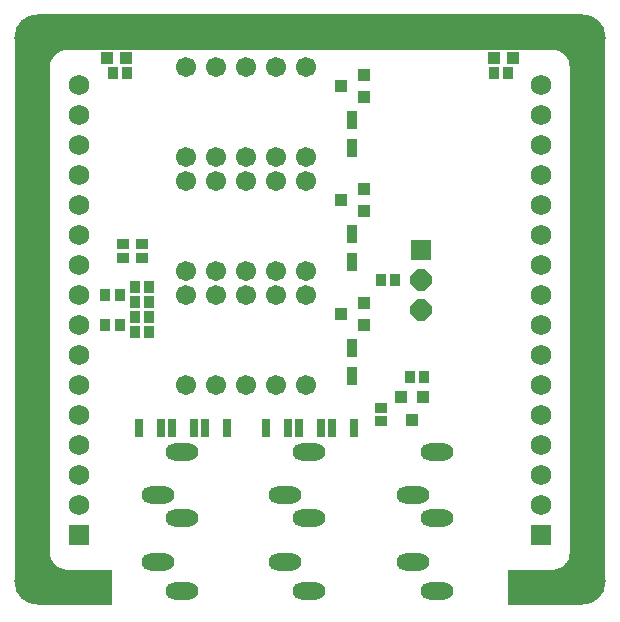
<source format=gts>
G04 Layer_Color=20142*
%FSLAX23Y23*%
%MOIN*%
G70*
G01*
G75*
%ADD29C,0.158*%
%ADD38R,0.036X0.041*%
%ADD39R,0.039X0.039*%
%ADD40R,0.030X0.059*%
%ADD41R,0.039X0.043*%
%ADD42R,0.041X0.036*%
%ADD43R,0.034X0.061*%
%ADD44R,0.043X0.039*%
%ADD45R,0.038X0.041*%
G04:AMPARAMS|DCode=46|XSize=108mil|YSize=58mil|CornerRadius=29mil|HoleSize=0mil|Usage=FLASHONLY|Rotation=180.000|XOffset=0mil|YOffset=0mil|HoleType=Round|Shape=RoundedRectangle|*
%AMROUNDEDRECTD46*
21,1,0.108,0.000,0,0,180.0*
21,1,0.050,0.058,0,0,180.0*
1,1,0.058,-0.025,0.000*
1,1,0.058,0.025,0.000*
1,1,0.058,0.025,0.000*
1,1,0.058,-0.025,0.000*
%
%ADD46ROUNDEDRECTD46*%
%ADD47P,0.076X8X292.5*%
%ADD48R,0.070X0.070*%
%ADD49R,0.069X0.069*%
%ADD50C,0.069*%
%ADD51C,0.067*%
%ADD52C,0.058*%
G36*
X1890Y1969D02*
X1890Y1890D01*
X1968D01*
X1968Y79D01*
X1889D01*
Y-0D01*
X1643Y-0D01*
Y118D01*
X1796Y118D01*
X1803Y119D01*
X1814Y122D01*
X1824Y128D01*
X1833Y135D01*
X1841Y144D01*
X1846Y154D01*
X1849Y166D01*
X1850Y174D01*
X1850Y1794D01*
X1849Y1803D01*
X1846Y1814D01*
X1841Y1824D01*
X1833Y1833D01*
X1824Y1841D01*
X1814Y1846D01*
X1803Y1850D01*
X1794Y1850D01*
X174Y1850D01*
X165Y1850D01*
X154Y1846D01*
X144Y1841D01*
X135Y1833D01*
X128Y1824D01*
X122Y1814D01*
X119Y1803D01*
X118Y1794D01*
Y1850D01*
D01*
Y1794D01*
D01*
Y1791D01*
D01*
X118Y174D01*
X119Y166D01*
X122Y154D01*
X128Y144D01*
X135Y135D01*
X144Y128D01*
X154Y122D01*
X165Y119D01*
X174Y118D01*
X177D01*
D01*
X325Y118D01*
Y-0D01*
X79Y-0D01*
Y79D01*
X-0Y79D01*
X-0Y1890D01*
X79Y1890D01*
X79Y1969D01*
X1890Y1969D01*
D02*
G37*
%LPC*%
G36*
X118Y118D02*
Y118D01*
X174D01*
X174D01*
X118D01*
X118Y118D01*
D02*
G37*
%LPD*%
D29*
X79Y1890D02*
D03*
X79Y79D02*
D03*
X1890D02*
D03*
X1890Y1890D02*
D03*
D38*
X1597Y1775D02*
D03*
X1643D02*
D03*
X373D02*
D03*
X327D02*
D03*
X1268Y1085D02*
D03*
X1222D02*
D03*
X1363Y760D02*
D03*
X1317D02*
D03*
X402Y910D02*
D03*
X448D02*
D03*
Y960D02*
D03*
X402D02*
D03*
Y1010D02*
D03*
X448D02*
D03*
Y1060D02*
D03*
X402D02*
D03*
D39*
X1661Y1825D02*
D03*
X1598D02*
D03*
X308D02*
D03*
X371D02*
D03*
D40*
X1058Y590D02*
D03*
X1132D02*
D03*
X948D02*
D03*
X1022D02*
D03*
X838D02*
D03*
X912D02*
D03*
X633D02*
D03*
X707D02*
D03*
X523D02*
D03*
X597D02*
D03*
X413D02*
D03*
X487D02*
D03*
D41*
X1362Y694D02*
D03*
X1288D02*
D03*
X1325Y616D02*
D03*
D42*
X1220Y658D02*
D03*
Y612D02*
D03*
X360Y1157D02*
D03*
Y1203D02*
D03*
X425Y1157D02*
D03*
Y1203D02*
D03*
D43*
X1125Y763D02*
D03*
Y857D02*
D03*
Y1143D02*
D03*
Y1237D02*
D03*
Y1523D02*
D03*
Y1617D02*
D03*
D44*
X1164Y933D02*
D03*
Y1007D02*
D03*
X1086Y970D02*
D03*
X1164Y1313D02*
D03*
Y1387D02*
D03*
X1086Y1350D02*
D03*
X1164Y1693D02*
D03*
Y1767D02*
D03*
X1086Y1730D02*
D03*
D45*
X350Y1035D02*
D03*
X300D02*
D03*
X350Y935D02*
D03*
X300D02*
D03*
D46*
X1406Y47D02*
D03*
X1327Y366D02*
D03*
X1406Y511D02*
D03*
Y291D02*
D03*
X1327Y145D02*
D03*
X981Y47D02*
D03*
X902Y366D02*
D03*
X981Y511D02*
D03*
Y291D02*
D03*
X902Y145D02*
D03*
X556Y47D02*
D03*
X477Y366D02*
D03*
X556Y511D02*
D03*
Y291D02*
D03*
X477Y145D02*
D03*
D47*
X1355Y985D02*
D03*
Y1085D02*
D03*
D48*
Y1185D02*
D03*
D49*
X1755Y235D02*
D03*
X215D02*
D03*
D50*
X1755Y335D02*
D03*
Y435D02*
D03*
Y535D02*
D03*
Y635D02*
D03*
Y735D02*
D03*
Y835D02*
D03*
Y935D02*
D03*
Y1035D02*
D03*
Y1135D02*
D03*
Y1235D02*
D03*
Y1335D02*
D03*
Y1435D02*
D03*
Y1535D02*
D03*
Y1635D02*
D03*
Y1735D02*
D03*
X215Y335D02*
D03*
Y435D02*
D03*
Y535D02*
D03*
Y635D02*
D03*
Y735D02*
D03*
Y835D02*
D03*
Y935D02*
D03*
Y1035D02*
D03*
Y1135D02*
D03*
Y1235D02*
D03*
Y1335D02*
D03*
Y1435D02*
D03*
Y1535D02*
D03*
Y1635D02*
D03*
Y1735D02*
D03*
D51*
X970Y1035D02*
D03*
X870D02*
D03*
X770D02*
D03*
X670D02*
D03*
X570D02*
D03*
X970Y735D02*
D03*
X870D02*
D03*
X770D02*
D03*
X670D02*
D03*
X570D02*
D03*
X970Y1415D02*
D03*
X870D02*
D03*
X770D02*
D03*
X670D02*
D03*
X570D02*
D03*
X970Y1115D02*
D03*
X870D02*
D03*
X770D02*
D03*
X670D02*
D03*
X570D02*
D03*
X970Y1795D02*
D03*
X870D02*
D03*
X770D02*
D03*
X670D02*
D03*
X570D02*
D03*
X970Y1495D02*
D03*
X870D02*
D03*
X770D02*
D03*
X670D02*
D03*
X570D02*
D03*
D52*
X244Y59D02*
D03*
X1724D02*
D03*
X1909Y244D02*
D03*
Y429D02*
D03*
Y614D02*
D03*
Y799D02*
D03*
Y984D02*
D03*
Y1169D02*
D03*
Y1354D02*
D03*
Y1539D02*
D03*
Y1724D02*
D03*
X1724Y1909D02*
D03*
X1539D02*
D03*
X1354D02*
D03*
X1169D02*
D03*
X984D02*
D03*
X799D02*
D03*
X614D02*
D03*
X429D02*
D03*
X244D02*
D03*
X59Y1724D02*
D03*
Y1539D02*
D03*
Y1354D02*
D03*
Y1169D02*
D03*
Y984D02*
D03*
Y799D02*
D03*
Y614D02*
D03*
Y429D02*
D03*
Y244D02*
D03*
M02*

</source>
